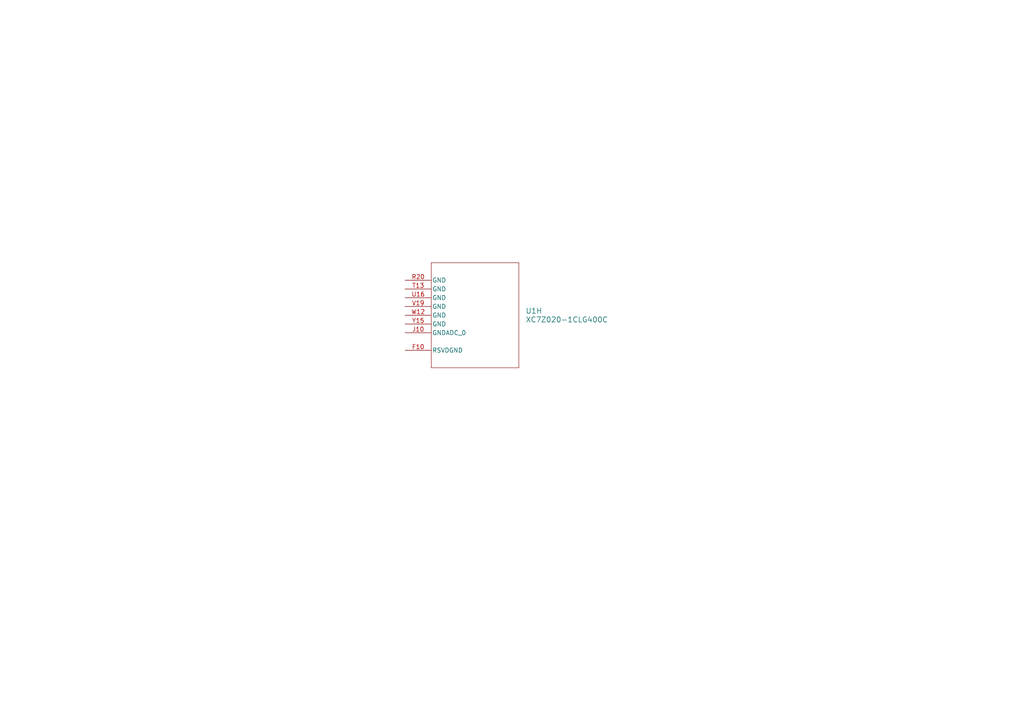
<source format=kicad_sch>
(kicad_sch (version 20231120) (generator "eeschema") (generator_version "8.0")
  (paper "A4")
  (lib_symbols
    (symbol "ZYNC-7020/XC7Z020-1CLG400C:XC7Z020-1CLG400C" (pin_names (offset 0.254))
      (property "Reference" "U" (at 43.18 10.16 0))
      (property "Value" "XC7Z020-1CLG400C" (at 43.18 7.62 0))
      (symbol "XC7Z020-1CLG400C_1_1"
        (polyline (pts (xy 7.62 -91.44) (xy 78.74 -91.44)) (stroke (width 0.127)))
        (polyline (pts (xy 7.62 5.08) (xy 7.62 -91.44)) (stroke (width 0.127)))
        (polyline (pts (xy 78.74 -91.44) (xy 78.74 5.08)) (stroke (width 0.127)))
        (polyline (pts (xy 78.74 5.08) (xy 7.62 5.08)) (stroke (width 0.127)))
        (pin output line (at 86.36 -58.42 180) (length 7.62) (name "PS_DDR_DM0_502") (number "A1"))
        (pin input line (at 0 -12.7 0) (length 7.62) (name "PS_SRST_B_501") (number "B10"))
        (pin output line (at 86.36 -68.58 180) (length 7.62) (name "PS_DDR_DRST_B_502") (number "B4"))
        (pin input line (at 0 -10.16 0) (length 7.62) (name "PS_POR_B_500") (number "C7"))
        (pin output line (at 86.36 -33.02 180) (length 7.62) (name "PS_DDR_A13_502") (number "D4"))
        (pin output line (at 86.36 -30.48 180) (length 7.62) (name "PS_DDR_A12_502") (number "E4"))
        (pin input line (at 0 -7.62 0) (length 7.62) (name "PS_CLK_500") (number "E7"))
        (pin output line (at 86.36 -60.96 180) (length 7.62) (name "PS_DDR_DM1_502") (number "F1"))
        (pin output line (at 86.36 -35.56 180) (length 7.62) (name "PS_DDR_A14_502") (number "F4"))
        (pin output line (at 86.36 -25.4 180) (length 7.62) (name "PS_DDR_A10_502") (number "F5"))
        (pin output line (at 86.36 -86.36 180) (length 7.62) (name "TDO_0") (number "F6"))
        (pin input line (at 0 -15.24 0) (length 7.62) (name "TCK_0") (number "F9"))
        (pin bidirectional line (at 0 -43.18 0) (length 7.62) (name "IO_0_35") (number "G14"))
        (pin output line (at 86.36 -27.94 180) (length 7.62) (name "PS_DDR_A11_502") (number "G4"))
        (pin output line (at 86.36 -76.2 180) (length 7.62) (name "PS_DDR_VRN_502") (number "G5"))
        (pin input line (at 0 -17.78 0) (length 7.62) (name "TDI_0") (number "G6"))
        (pin output line (at 86.36 -78.74 180) (length 7.62) (name "PS_DDR_VRP_502") (number "H5"))
        (pin bidirectional line (at 0 -50.8 0) (length 7.62) (name "IO_25_35") (number "J15"))
        (pin output line (at 86.36 -22.86 180) (length 7.62) (name "PS_DDR_A9_502") (number "J4"))
        (pin output line (at 86.36 -43.18 180) (length 7.62) (name "PS_DDR_BA2_502") (number "J5"))
        (pin input line (at 0 -20.32 0) (length 7.62) (name "TMS_0") (number "J6"))
        (pin output line (at 86.36 -20.32 180) (length 7.62) (name "PS_DDR_A8_502") (number "K1"))
        (pin output line (at 86.36 -2.54 180) (length 7.62) (name "PS_DDR_A1_502") (number "K2"))
        (pin output line (at 86.36 -7.62 180) (length 7.62) (name "PS_DDR_A3_502") (number "K3"))
        (pin output line (at 86.36 -17.78 180) (length 7.62) (name "PS_DDR_A7_502") (number "K4"))
        (pin input line (at 0 -25.4 0) (length 7.62) (name "VP_0") (number "K9"))
        (pin output line (at 86.36 -12.7 180) (length 7.62) (name "PS_DDR_A5_502") (number "L1"))
        (pin input line (at 0 -22.86 0) (length 7.62) (name "VN_0") (number "L10"))
        (pin output line (at 86.36 -53.34 180) (length 7.62) (name "PS_DDR_CKP_502") (number "L2"))
        (pin output line (at 86.36 -15.24 180) (length 7.62) (name "PS_DDR_A6_502") (number "L4"))
        (pin output line (at 86.36 -38.1 180) (length 7.62) (name "PS_DDR_BA0_502") (number "L5"))
        (pin input line (at 0 -5.08 0) (length 7.62) (name "PROGRAM_B_0") (number "L6"))
        (pin unspecified line (at 0 -33.02 0) (length 7.62) (name "DXN_0") (number "M10"))
        (pin output line (at 86.36 -50.8 180) (length 7.62) (name "PS_DDR_CKN_502") (number "M2"))
        (pin output line (at 86.36 -5.08 180) (length 7.62) (name "PS_DDR_A2_502") (number "M3"))
        (pin output line (at 86.36 -10.16 180) (length 7.62) (name "PS_DDR_A4_502") (number "M4"))
        (pin output line (at 86.36 -81.28 180) (length 7.62) (name "PS_DDR_WE_B_502") (number "M5"))
        (pin input line (at 0 0 0) (length 7.62) (name "CFGBVS_0") (number "M6"))
        (pin unspecified line (at 0 -35.56 0) (length 7.62) (name "DXP_0") (number "M9"))
        (pin output line (at 86.36 -55.88 180) (length 7.62) (name "PS_DDR_CS_B_502") (number "N1"))
        (pin output line (at 86.36 0 180) (length 7.62) (name "PS_DDR_A0_502") (number "N2"))
        (pin output line (at 86.36 -48.26 180) (length 7.62) (name "PS_DDR_CKE_502") (number "N3"))
        (pin output line (at 86.36 -71.12 180) (length 7.62) (name "PS_DDR_ODT_502") (number "N5"))
        (pin output line (at 86.36 -73.66 180) (length 7.62) (name "PS_DDR_RAS_B_502") (number "P4"))
        (pin output line (at 86.36 -45.72 180) (length 7.62) (name "PS_DDR_CAS_B_502") (number "P5"))
        (pin bidirectional line (at 0 -2.54 0) (length 7.62) (name "INIT_B_0") (number "R10"))
        (pin bidirectional line (at 0 -30.48 0) (length 7.62) (name "DONE_0") (number "R11"))
        (pin bidirectional line (at 0 -40.64 0) (length 7.62) (name "IO_0_34") (number "R19"))
        (pin output line (at 86.36 -40.64 180) (length 7.62) (name "PS_DDR_BA1_502") (number "R4"))
        (pin output line (at 86.36 -63.5 180) (length 7.62) (name "PS_DDR_DM2_502") (number "T1"))
        (pin bidirectional line (at 0 -48.26 0) (length 7.62) (name "IO_25_34") (number "T19"))
        (pin output line (at 86.36 -66.04 180) (length 7.62) (name "PS_DDR_DM3_502") (number "Y1"))
      )
      (symbol "XC7Z020-1CLG400C_2_1"
        (polyline (pts (xy 7.62 -129.54) (xy 114.3 -129.54)) (stroke (width 0.127)))
        (polyline (pts (xy 7.62 5.08) (xy 7.62 -129.54)) (stroke (width 0.127)))
        (polyline (pts (xy 114.3 -129.54) (xy 114.3 5.08)) (stroke (width 0.127)))
        (polyline (pts (xy 114.3 5.08) (xy 7.62 5.08)) (stroke (width 0.127)))
        (pin bidirectional line (at 121.92 -5.08 180) (length 7.62) (name "IO_L2N_T0_AD8N_35") (number "A20"))
        (pin bidirectional line (at 121.92 -7.62 180) (length 7.62) (name "IO_L2P_T0_AD8P_35") (number "B19"))
        (pin bidirectional line (at 121.92 0 180) (length 7.62) (name "IO_L1N_T0_AD0N_35") (number "B20"))
        (pin bidirectional line (at 121.92 -2.54 180) (length 7.62) (name "IO_L1P_T0_AD0P_35") (number "C20"))
        (pin bidirectional line (at 121.92 -10.16 180) (length 7.62) (name "IO_L3N_T0_DQS_AD1N_35") (number "D18"))
        (pin bidirectional line (at 0 -22.86 0) (length 7.62) (name "IO_L4P_T0_35") (number "D19"))
        (pin bidirectional line (at 0 -17.78 0) (length 7.62) (name "IO_L4N_T0_35") (number "D20"))
        (pin bidirectional line (at 121.92 -12.7 180) (length 7.62) (name "IO_L3P_T0_DQS_AD1P_35") (number "E17"))
        (pin bidirectional line (at 121.92 -17.78 180) (length 7.62) (name "IO_L5P_T0_AD9P_35") (number "E18"))
        (pin bidirectional line (at 121.92 -15.24 180) (length 7.62) (name "IO_L5N_T0_AD9N_35") (number "E19"))
        (pin bidirectional line (at 0 -33.02 0) (length 7.62) (name "IO_L6P_T0_35") (number "F16"))
        (pin bidirectional line (at 121.92 -48.26 180) (length 7.62) (name "IO_L15P_T2_DQS_AD12P_35") (number "F19"))
        (pin bidirectional line (at 121.92 -45.72 180) (length 7.62) (name "IO_L15N_T2_DQS_AD12N_35") (number "F20"))
        (pin bidirectional line (at 121.92 -88.9 180) (length 7.62) (name "IO_L16P_T2_35") (number "G17"))
        (pin bidirectional line (at 121.92 -81.28 180) (length 7.62) (name "IO_L16N_T2_35") (number "G18"))
        (pin bidirectional line (at 121.92 -58.42 180) (length 7.62) (name "IO_L18P_T2_AD13P_35") (number "G19"))
        (pin bidirectional line (at 121.92 -55.88 180) (length 7.62) (name "IO_L18N_T2_AD13N_35") (number "G20"))
        (pin bidirectional line (at 121.92 -116.84 180) (length 7.62) (name "IO_L19P_T3_35") (number "H15"))
        (pin bidirectional line (at 0 -99.06 0) (length 7.62) (name "IO_L13P_T2_MRCC_35") (number "H16"))
        (pin bidirectional line (at 0 -91.44 0) (length 7.62) (name "IO_L13N_T2_MRCC_35") (number "H17"))
        (pin bidirectional line (at 121.92 -40.64 180) (length 7.62) (name "IO_L14N_T2_AD4N_SRCC_35") (number "H18"))
        (pin bidirectional line (at 121.92 -50.8 180) (length 7.62) (name "IO_L17N_T2_AD5N_35") (number "H20"))
        (pin bidirectional line (at 121.92 -60.96 180) (length 7.62) (name "IO_L20N_T3_AD6N_35") (number "J14"))
        (pin bidirectional line (at 121.92 -76.2 180) (length 7.62) (name "IO_L24N_T3_AD15N_35") (number "J16"))
        (pin bidirectional line (at 121.92 -43.18 180) (length 7.62) (name "IO_L14P_T2_AD4P_SRCC_35") (number "J18"))
        (pin bidirectional line (at 121.92 -35.56 180) (length 7.62) (name "IO_L10N_T1_AD11N_35") (number "J19"))
        (pin bidirectional line (at 121.92 -53.34 180) (length 7.62) (name "IO_L17P_T2_AD5P_35") (number "J20"))
        (pin bidirectional line (at 121.92 -63.5 180) (length 7.62) (name "IO_L20P_T3_AD6P_35") (number "K14"))
        (pin bidirectional line (at 121.92 -78.74 180) (length 7.62) (name "IO_L24P_T3_AD15P_35") (number "K16"))
        (pin bidirectional line (at 0 -83.82 0) (length 7.62) (name "IO_L12P_T1_MRCC_35") (number "K17"))
        (pin bidirectional line (at 0 -76.2 0) (length 7.62) (name "IO_L12N_T1_MRCC_35") (number "K18"))
        (pin bidirectional line (at 121.92 -38.1 180) (length 7.62) (name "IO_L10P_T1_AD11P_35") (number "K19"))
        (pin bidirectional line (at 121.92 -73.66 180) (length 7.62) (name "IO_L22P_T3_AD7P_35") (number "L14"))
        (pin bidirectional line (at 121.92 -71.12 180) (length 7.62) (name "IO_L22N_T3_AD7N_35") (number "L15"))
        (pin bidirectional line (at 0 -68.58 0) (length 7.62) (name "IO_L11P_T1_SRCC_35") (number "L16"))
        (pin bidirectional line (at 0 -60.96 0) (length 7.62) (name "IO_L11N_T1_SRCC_35") (number "L17"))
        (pin bidirectional line (at 121.92 -33.02 180) (length 7.62) (name "IO_L9P_T1_DQS_AD3P_35") (number "L19"))
        (pin bidirectional line (at 121.92 -30.48 180) (length 7.62) (name "IO_L9N_T1_DQS_AD3N_35") (number "L20"))
        (pin bidirectional line (at 121.92 -27.94 180) (length 7.62) (name "IO_L8P_T1_AD10P_35") (number "M17"))
        (pin bidirectional line (at 121.92 -25.4 180) (length 7.62) (name "IO_L8N_T1_AD10N_35") (number "M18"))
        (pin bidirectional line (at 121.92 -22.86 180) (length 7.62) (name "IO_L7P_T1_AD2P_35") (number "M19"))
        (pin bidirectional line (at 121.92 -20.32 180) (length 7.62) (name "IO_L7N_T1_AD2N_35") (number "M20"))
        (pin bidirectional line (at 121.92 -68.58 180) (length 7.62) (name "IO_L21P_T3_DQS_AD14P_35") (number "N15"))
        (pin bidirectional line (at 121.92 -66.04 180) (length 7.62) (name "IO_L21N_T3_DQS_AD14N_35") (number "N16"))
        (pin bidirectional line (at 0 -96.52 0) (length 7.62) (name "IO_L13P_T2_MRCC_34") (number "N18"))
        (pin bidirectional line (at 0 -109.22 0) (length 7.62) (name "IO_L14P_T2_SRCC_34") (number "N20"))
        (pin bidirectional line (at 0 -30.48 0) (length 7.62) (name "IO_L6P_T0_34") (number "P14"))
        (pin bidirectional line (at 0 -88.9 0) (length 7.62) (name "IO_L13N_T2_MRCC_34") (number "P19"))
        (pin bidirectional line (at 0 -104.14 0) (length 7.62) (name "IO_L14N_T2_SRCC_34") (number "P20"))
        (pin bidirectional line (at 121.92 -114.3 180) (length 7.62) (name "IO_L19P_T3_34") (number "R16"))
        (pin bidirectional line (at 121.92 -121.92 180) (length 7.62) (name "IO_L20N_T3_34") (number "R18"))
        (pin bidirectional line (at 0 0 0) (length 7.62) (name "IO_L1N_T0_34") (number "T10"))
        (pin bidirectional line (at 0 -2.54 0) (length 7.62) (name "IO_L1P_T0_34") (number "T11"))
        (pin bidirectional line (at 0 -7.62 0) (length 7.62) (name "IO_L2P_T0_34") (number "T12"))
        (pin bidirectional line (at 0 -27.94 0) (length 7.62) (name "IO_L5P_T0_34") (number "T14"))
        (pin bidirectional line (at 0 -25.4 0) (length 7.62) (name "IO_L5N_T0_34") (number "T15"))
        (pin bidirectional line (at 0 -48.26 0) (length 7.62) (name "IO_L9P_T1_DQS_34") (number "T16"))
        (pin bidirectional line (at 0 -119.38 0) (length 7.62) (name "IO_L15P_T2_DQS_34") (number "T20"))
        (pin bidirectional line (at 121.92 -111.76 180) (length 7.62) (name "IO_L19P_T3_13") (number "T5"))
        (pin bidirectional line (at 0 -78.74 0) (length 7.62) (name "IO_L12P_T1_MRCC_13") (number "T9"))
        (pin bidirectional line (at 0 -71.12 0) (length 7.62) (name "IO_L12N_T1_MRCC_13") (number "U10"))
        (pin bidirectional line (at 0 -5.08 0) (length 7.62) (name "IO_L2N_T0_34") (number "U12"))
        (pin bidirectional line (at 0 -12.7 0) (length 7.62) (name "IO_L3P_T0_DQS_PUDC_B_34") (number "U13"))
        (pin bidirectional line (at 0 -66.04 0) (length 7.62) (name "IO_L11P_T1_SRCC_34") (number "U14"))
        (pin bidirectional line (at 0 -58.42 0) (length 7.62) (name "IO_L11N_T1_SRCC_34") (number "U15"))
        (pin bidirectional line (at 0 -45.72 0) (length 7.62) (name "IO_L9N_T1_DQS_34") (number "U17"))
        (pin bidirectional line (at 0 -81.28 0) (length 7.62) (name "IO_L12P_T1_MRCC_34") (number "U18"))
        (pin bidirectional line (at 0 -73.66 0) (length 7.62) (name "IO_L12N_T1_MRCC_34") (number "U19"))
        (pin bidirectional line (at 0 -114.3 0) (length 7.62) (name "IO_L15N_T2_DQS_34") (number "U20"))
        (pin bidirectional line (at 0 -63.5 0) (length 7.62) (name "IO_L11P_T1_SRCC_13") (number "U7"))
        (pin bidirectional line (at 121.92 -91.44 180) (length 7.62) (name "IO_L17N_T2_13") (number "U8"))
        (pin bidirectional line (at 121.92 -96.52 180) (length 7.62) (name "IO_L17P_T2_13") (number "U9"))
        (pin bidirectional line (at 0 -20.32 0) (length 7.62) (name "IO_L4P_T0_34") (number "V12"))
        (pin bidirectional line (at 0 -10.16 0) (length 7.62) (name "IO_L3N_T0_DQS_34") (number "V13"))
        (pin bidirectional line (at 0 -53.34 0) (length 7.62) (name "IO_L10P_T1_34") (number "V15"))
        (pin bidirectional line (at 121.92 -109.22 180) (length 7.62) (name "IO_L18P_T2_34") (number "V16"))
        (pin bidirectional line (at 121.92 -86.36 180) (length 7.62) (name "IO_L16P_T2_34") (number "V20"))
        (pin bidirectional line (at 0 -55.88 0) (length 7.62) (name "IO_L11N_T1_SRCC_13") (number "V7"))
        (pin bidirectional line (at 0 -116.84 0) (length 7.62) (name "IO_L15P_T2_DQS_13") (number "V8"))
        (pin bidirectional line (at 121.92 -83.82 180) (length 7.62) (name "IO_L16P_T2_13") (number "W10"))
        (pin bidirectional line (at 121.92 -106.68 180) (length 7.62) (name "IO_L18P_T2_13") (number "W11"))
        (pin bidirectional line (at 0 -15.24 0) (length 7.62) (name "IO_L4N_T0_34") (number "W13"))
        (pin bidirectional line (at 0 -43.18 0) (length 7.62) (name "IO_L8P_T1_34") (number "W14"))
        (pin bidirectional line (at 0 -50.8 0) (length 7.62) (name "IO_L10N_T1_34") (number "W15"))
        (pin bidirectional line (at 121.92 -104.14 180) (length 7.62) (name "IO_L18N_T2_34") (number "W16"))
        (pin bidirectional line (at 0 -124.46 0) (length 7.62) (name "IO_L16N_T2_34") (number "W20"))
        (pin bidirectional line (at 0 -111.76 0) (length 7.62) (name "IO_L15N_T2_DQS_13") (number "W8"))
        (pin bidirectional line (at 0 -121.92 0) (length 7.62) (name "IO_L16N_T2_13") (number "W9"))
        (pin bidirectional line (at 121.92 -101.6 180) (length 7.62) (name "IO_L18N_T2_13") (number "Y11"))
        (pin bidirectional line (at 121.92 -124.46 180) (length 7.62) (name "IO_L20P_T3_13") (number "Y12"))
        (pin bidirectional line (at 121.92 -119.38 180) (length 7.62) (name "IO_L20N_T3_13") (number "Y13"))
        (pin bidirectional line (at 0 -40.64 0) (length 7.62) (name "IO_L8N_T1_34") (number "Y14"))
        (pin bidirectional line (at 0 -38.1 0) (length 7.62) (name "IO_L7P_T1_34") (number "Y16"))
        (pin bidirectional line (at 0 -35.56 0) (length 7.62) (name "IO_L7N_T1_34") (number "Y17"))
        (pin bidirectional line (at 121.92 -99.06 180) (length 7.62) (name "IO_L17P_T2_34") (number "Y18"))
        (pin bidirectional line (at 121.92 -93.98 180) (length 7.62) (name "IO_L17N_T2_34") (number "Y19"))
        (pin bidirectional line (at 0 -86.36 0) (length 7.62) (name "IO_L13N_T2_MRCC_13") (number "Y6"))
        (pin bidirectional line (at 0 -93.98 0) (length 7.62) (name "IO_L13P_T2_MRCC_13") (number "Y7"))
        (pin bidirectional line (at 0 -101.6 0) (length 7.62) (name "IO_L14N_T2_SRCC_13") (number "Y8"))
        (pin bidirectional line (at 0 -106.68 0) (length 7.62) (name "IO_L14P_T2_SRCC_13") (number "Y9"))
      )
      (symbol "XC7Z020-1CLG400C_3_1"
        (polyline (pts (xy 7.62 -129.54) (xy 88.9 -129.54)) (stroke (width 0.127)))
        (polyline (pts (xy 7.62 5.08) (xy 7.62 -129.54)) (stroke (width 0.127)))
        (polyline (pts (xy 88.9 -129.54) (xy 88.9 5.08)) (stroke (width 0.127)))
        (polyline (pts (xy 88.9 5.08) (xy 7.62 5.08)) (stroke (width 0.127)))
        (pin bidirectional line (at 96.52 -106.68 180) (length 7.62) (name "PS_MIO37_501") (number "A10"))
        (pin bidirectional line (at 96.52 -104.14 180) (length 7.62) (name "PS_MIO36_501") (number "A11"))
        (pin bidirectional line (at 96.52 -99.06 180) (length 7.62) (name "PS_MIO34_501") (number "A12"))
        (pin bidirectional line (at 96.52 -93.98 180) (length 7.62) (name "PS_MIO32_501") (number "A14"))
        (pin bidirectional line (at 96.52 -78.74 180) (length 7.62) (name "PS_MIO26_501") (number "A15"))
        (pin bidirectional line (at 96.52 -73.66 180) (length 7.62) (name "PS_MIO24_501") (number "A16"))
        (pin bidirectional line (at 96.52 -63.5 180) (length 7.62) (name "PS_MIO20_501") (number "A17"))
        (pin bidirectional line (at 96.52 -53.34 180) (length 7.62) (name "PS_MIO16_501") (number "A19"))
        (pin bidirectional line (at 0 -43.18 0) (length 7.62) (name "PS_DDR_DQ2_502") (number "A2"))
        (pin bidirectional line (at 0 -45.72 0) (length 7.62) (name "PS_DDR_DQ3_502") (number "A4"))
        (pin bidirectional line (at 96.52 -27.94 180) (length 7.62) (name "PS_MIO6_500") (number "A5"))
        (pin bidirectional line (at 96.52 -25.4 180) (length 7.62) (name "PS_MIO5_500") (number "A6"))
        (pin bidirectional line (at 96.52 -15.24 180) (length 7.62) (name "PS_MIO1_500") (number "A7"))
        (pin bidirectional line (at 96.52 -121.92 180) (length 7.62) (name "PS_MIO43_501") (number "A9"))
        (pin bidirectional line (at 96.52 -68.58 180) (length 7.62) (name "PS_MIO22_501") (number "B17"))
        (pin bidirectional line (at 96.52 -58.42 180) (length 7.62) (name "PS_MIO18_501") (number "B18"))
        (pin bidirectional line (at 0 -119.38 0) (length 7.62) (name "PS_DDR_DQS_N0_502") (number "B2"))
        (pin bidirectional line (at 0 -40.64 0) (length 7.62) (name "PS_DDR_DQ1_502") (number "B3"))
        (pin bidirectional line (at 96.52 -35.56 180) (length 7.62) (name "PS_MIO9_500") (number "B5"))
        (pin bidirectional line (at 96.52 -22.86 180) (length 7.62) (name "PS_MIO4_500") (number "B7"))
        (pin bidirectional line (at 96.52 -17.78 180) (length 7.62) (name "PS_MIO2_500") (number "B8"))
        (pin bidirectional line (at 0 -53.34 0) (length 7.62) (name "PS_DDR_DQ6_502") (number "C1"))
        (pin bidirectional line (at 96.52 -86.36 180) (length 7.62) (name "PS_MIO29_501") (number "C13"))
        (pin bidirectional line (at 96.52 -88.9 180) (length 7.62) (name "PS_MIO30_501") (number "C15"))
        (pin bidirectional line (at 96.52 -83.82 180) (length 7.62) (name "PS_MIO28_501") (number "C16"))
        (pin bidirectional line (at 96.52 -116.84 180) (length 7.62) (name "PS_MIO41_501") (number "C17"))
        (pin bidirectional line (at 96.52 -111.76 180) (length 7.62) (name "PS_MIO39_501") (number "C18"))
        (pin bidirectional line (at 96.52 -2.54 180) (length 7.62) (name "PS_DDR_DQS_P0_502") (number "C2"))
        (pin bidirectional line (at 0 -38.1 0) (length 7.62) (name "PS_DDR_DQ0_502") (number "C3"))
        (pin bidirectional line (at 96.52 -48.26 180) (length 7.62) (name "PS_MIO14_500") (number "C5"))
        (pin bidirectional line (at 96.52 -40.64 180) (length 7.62) (name "PS_MIO11_500") (number "C6"))
        (pin bidirectional line (at 96.52 -50.8 180) (length 7.62) (name "PS_MIO15_500") (number "C8"))
        (pin bidirectional line (at 0 -50.8 0) (length 7.62) (name "PS_DDR_DQ5_502") (number "D1"))
        (pin bidirectional line (at 96.52 -60.96 180) (length 7.62) (name "PS_MIO19_501") (number "D10"))
        (pin bidirectional line (at 96.52 -71.12 180) (length 7.62) (name "PS_MIO23_501") (number "D11"))
        (pin bidirectional line (at 96.52 -81.28 180) (length 7.62) (name "PS_MIO27_501") (number "D13"))
        (pin bidirectional line (at 96.52 -114.3 180) (length 7.62) (name "PS_MIO40_501") (number "D14"))
        (pin bidirectional line (at 96.52 -96.52 180) (length 7.62) (name "PS_MIO33_501") (number "D15"))
        (pin bidirectional line (at 0 -48.26 0) (length 7.62) (name "PS_DDR_DQ4_502") (number "D3"))
        (pin bidirectional line (at 96.52 -33.02 180) (length 7.62) (name "PS_MIO8_500") (number "D5"))
        (pin bidirectional line (at 96.52 -20.32 180) (length 7.62) (name "PS_MIO3_500") (number "D6"))
        (pin bidirectional line (at 96.52 -30.48 180) (length 7.62) (name "PS_MIO7_500") (number "D8"))
        (pin bidirectional line (at 96.52 -43.18 180) (length 7.62) (name "PS_MIO12_500") (number "D9"))
        (pin bidirectional line (at 0 -55.88 0) (length 7.62) (name "PS_DDR_DQ7_502") (number "E1"))
        (pin bidirectional line (at 96.52 -119.38 180) (length 7.62) (name "PS_MIO42_501") (number "E12"))
        (pin bidirectional line (at 96.52 -109.22 180) (length 7.62) (name "PS_MIO38_501") (number "E13"))
        (pin bidirectional line (at 96.52 -55.88 180) (length 7.62) (name "PS_MIO17_501") (number "E14"))
        (pin bidirectional line (at 96.52 -91.44 180) (length 7.62) (name "PS_MIO31_501") (number "E16"))
        (pin bidirectional line (at 0 -58.42 0) (length 7.62) (name "PS_DDR_DQ8_502") (number "E2"))
        (pin bidirectional line (at 0 -60.96 0) (length 7.62) (name "PS_DDR_DQ9_502") (number "E3"))
        (pin bidirectional line (at 96.52 -12.7 180) (length 7.62) (name "PS_MIO0_500") (number "E6"))
        (pin bidirectional line (at 96.52 -45.72 180) (length 7.62) (name "PS_MIO13_500") (number "E8"))
        (pin bidirectional line (at 96.52 -38.1 180) (length 7.62) (name "PS_MIO10_500") (number "E9"))
        (pin bidirectional line (at 96.52 -101.6 180) (length 7.62) (name "PS_MIO35_501") (number "F12"))
        (pin bidirectional line (at 96.52 -124.46 180) (length 7.62) (name "PS_MIO44_501") (number "F13"))
        (pin bidirectional line (at 96.52 -66.04 180) (length 7.62) (name "PS_MIO21_501") (number "F14"))
        (pin bidirectional line (at 96.52 -76.2 180) (length 7.62) (name "PS_MIO25_501") (number "F15"))
        (pin bidirectional line (at 0 -121.92 0) (length 7.62) (name "PS_DDR_DQS_N1_502") (number "F2"))
        (pin bidirectional line (at 96.52 -5.08 180) (length 7.62) (name "PS_DDR_DQS_P1_502") (number "G2"))
        (pin bidirectional line (at 0 -63.5 0) (length 7.62) (name "PS_DDR_DQ10_502") (number "G3"))
        (pin bidirectional line (at 0 -73.66 0) (length 7.62) (name "PS_DDR_DQ14_502") (number "H1"))
        (pin bidirectional line (at 0 -71.12 0) (length 7.62) (name "PS_DDR_DQ13_502") (number "H2"))
        (pin bidirectional line (at 0 -66.04 0) (length 7.62) (name "PS_DDR_DQ11_502") (number "H3"))
        (pin bidirectional line (at 0 -76.2 0) (length 7.62) (name "PS_DDR_DQ15_502") (number "J1"))
        (pin bidirectional line (at 0 -68.58 0) (length 7.62) (name "PS_DDR_DQ12_502") (number "J3"))
        (pin bidirectional line (at 0 -30.48 0) (length 7.62) (name "IO_L23P_T3_35") (number "M14"))
        (pin bidirectional line (at 0 -25.4 0) (length 7.62) (name "IO_L23N_T3_35") (number "M15"))
        (pin bidirectional line (at 0 -27.94 0) (length 7.62) (name "IO_L23P_T3_34") (number "N17"))
        (pin bidirectional line (at 0 -78.74 0) (length 7.62) (name "PS_DDR_DQ16_502") (number "P1"))
        (pin bidirectional line (at 0 -35.56 0) (length 7.62) (name "IO_L24P_T3_34") (number "P15"))
        (pin bidirectional line (at 0 -33.02 0) (length 7.62) (name "IO_L24N_T3_34") (number "P16"))
        (pin bidirectional line (at 0 -22.86 0) (length 7.62) (name "IO_L23N_T3_34") (number "P18"))
        (pin bidirectional line (at 0 -81.28 0) (length 7.62) (name "PS_DDR_DQ17_502") (number "P3"))
        (pin bidirectional line (at 0 -86.36 0) (length 7.62) (name "PS_DDR_DQ19_502") (number "R1"))
        (pin bidirectional line (at 96.52 -7.62 180) (length 7.62) (name "PS_DDR_DQS_P2_502") (number "R2"))
        (pin bidirectional line (at 0 -83.82 0) (length 7.62) (name "PS_DDR_DQ18_502") (number "R3"))
        (pin bidirectional line (at 0 0 0) (length 7.62) (name "IO_L20P_T3_34") (number "T17"))
        (pin bidirectional line (at 0 -124.46 0) (length 7.62) (name "PS_DDR_DQS_N2_502") (number "T2"))
        (pin bidirectional line (at 0 -88.9 0) (length 7.62) (name "PS_DDR_DQ20_502") (number "T4"))
        (pin bidirectional line (at 0 -93.98 0) (length 7.62) (name "PS_DDR_DQ22_502") (number "U2"))
        (pin bidirectional line (at 0 -96.52 0) (length 7.62) (name "PS_DDR_DQ23_502") (number "U3"))
        (pin bidirectional line (at 0 -91.44 0) (length 7.62) (name "PS_DDR_DQ21_502") (number "U4"))
        (pin bidirectional line (at 0 -99.06 0) (length 7.62) (name "PS_DDR_DQ24_502") (number "V1"))
        (pin bidirectional line (at 0 -2.54 0) (length 7.62) (name "IO_L21N_T3_DQS_13") (number "V10"))
        (pin bidirectional line (at 0 -7.62 0) (length 7.62) (name "IO_L21P_T3_DQS_13") (number "V11"))
        (pin bidirectional line (at 0 -10.16 0) (length 7.62) (name "IO_L21P_T3_DQS_34") (number "V17"))
        (pin bidirectional line (at 0 -5.08 0) (length 7.62) (name "IO_L21N_T3_DQS_34") (number "V18"))
        (pin bidirectional line (at 0 -114.3 0) (length 7.62) (name "PS_DDR_DQ30_502") (number "V2"))
        (pin bidirectional line (at 0 -116.84 0) (length 7.62) (name "PS_DDR_DQ31_502") (number "V3"))
        (pin bidirectional line (at 0 -17.78 0) (length 7.62) (name "IO_L22P_T3_13") (number "V6"))
        (pin bidirectional line (at 0 -104.14 0) (length 7.62) (name "PS_DDR_DQ26_502") (number "W1"))
        (pin bidirectional line (at 0 -20.32 0) (length 7.62) (name "IO_L22P_T3_34") (number "W18"))
        (pin bidirectional line (at 0 -15.24 0) (length 7.62) (name "IO_L22N_T3_34") (number "W19"))
        (pin bidirectional line (at 0 -111.76 0) (length 7.62) (name "PS_DDR_DQ29_502") (number "W3"))
        (pin bidirectional line (at 96.52 0 180) (length 7.62) (name "PS_DDR_DQS_N3_502") (number "W4"))
        (pin bidirectional line (at 96.52 -10.16 180) (length 7.62) (name "PS_DDR_DQS_P3_502") (number "W5"))
        (pin bidirectional line (at 0 -12.7 0) (length 7.62) (name "IO_L22N_T3_13") (number "W6"))
        (pin bidirectional line (at 0 -109.22 0) (length 7.62) (name "PS_DDR_DQ28_502") (number "Y2"))
        (pin bidirectional line (at 0 -101.6 0) (length 7.62) (name "PS_DDR_DQ25_502") (number "Y3"))
        (pin bidirectional line (at 0 -106.68 0) (length 7.62) (name "PS_DDR_DQ27_502") (number "Y4"))
      )
      (symbol "XC7Z020-1CLG400C_4_1"
        (polyline (pts (xy 7.62 -25.4) (xy 43.18 -25.4)) (stroke (width 0.127)))
        (polyline (pts (xy 7.62 5.08) (xy 7.62 -25.4)) (stroke (width 0.127)))
        (polyline (pts (xy 43.18 -25.4) (xy 43.18 5.08)) (stroke (width 0.127)))
        (polyline (pts (xy 43.18 5.08) (xy 7.62 5.08)) (stroke (width 0.127)))
        (pin bidirectional line (at 0 -7.62 0) (length 7.62) (name "PS_MIO48_501") (number "B12"))
        (pin bidirectional line (at 0 -12.7 0) (length 7.62) (name "PS_MIO50_501") (number "B13"))
        (pin bidirectional line (at 0 -5.08 0) (length 7.62) (name "PS_MIO47_501") (number "B14"))
        (pin bidirectional line (at 0 0 0) (length 7.62) (name "PS_MIO45_501") (number "B15"))
        (pin bidirectional line (at 0 -15.24 0) (length 7.62) (name "PS_MIO51_501") (number "B9"))
        (pin bidirectional line (at 0 -17.78 0) (length 7.62) (name "PS_MIO52_501") (number "C10"))
        (pin bidirectional line (at 0 -20.32 0) (length 7.62) (name "PS_MIO53_501") (number "C11"))
        (pin bidirectional line (at 0 -10.16 0) (length 7.62) (name "PS_MIO49_501") (number "C12"))
        (pin bidirectional line (at 0 -2.54 0) (length 7.62) (name "PS_MIO46_501") (number "D16"))
      )
      (symbol "XC7Z020-1CLG400C_5_1"
        (polyline (pts (xy 7.62 -101.6) (xy 53.34 -101.6)) (stroke (width 0.127)))
        (polyline (pts (xy 7.62 7.62) (xy 7.62 -101.6)) (stroke (width 0.127)))
        (polyline (pts (xy 53.34 -101.6) (xy 53.34 7.62)) (stroke (width 0.127)))
        (polyline (pts (xy 53.34 7.62) (xy 7.62 7.62)) (stroke (width 0.127)))
        (pin power_in line (at 0 -25.4 0) (length 7.62) (name "PS_MIO_VREF_501") (number "E11"))
        (pin power_in line (at 0 -60.96 0) (length 7.62) (name "VCCBATT_0") (number "F11"))
        (pin bidirectional line (at 0 -5.08 0) (length 7.62) (name "IO_L6N_T0_VREF_35") (number "F17"))
        (pin power_in line (at 0 -63.5 0) (length 7.62) (name "VCCBRAM") (number "G11"))
        (pin power_in line (at 0 -71.12 0) (length 7.62) (name "VCCINT") (number "G13"))
        (pin bidirectional line (at 0 -12.7 0) (length 7.62) (name "IO_L19N_T3_VREF_35") (number "G15"))
        (pin power_in line (at 0 -66.04 0) (length 7.62) (name "VCCBRAM") (number "H10"))
        (pin power_in line (at 0 -73.66 0) (length 7.62) (name "VCCINT") (number "H12"))
        (pin power_in line (at 0 -17.78 0) (length 7.62) (name "PS_DDR_VREF0_502") (number "H6"))
        (pin power_in line (at 0 -48.26 0) (length 7.62) (name "VCCAUX") (number "J11"))
        (pin power_in line (at 0 -76.2 0) (length 7.62) (name "VCCINT") (number "J13"))
        (pin power_in line (at 0 -40.64 0) (length 7.62) (name "VCCADC_0") (number "J9"))
        (pin power_in line (at 0 -78.74 0) (length 7.62) (name "VCCINT") (number "K12"))
        (pin power_in line (at 0 -96.52 0) (length 7.62) (name "VCCO_0") (number "K6"))
        (pin power_in line (at 0 -50.8 0) (length 7.62) (name "VCCAUX") (number "L11"))
        (pin power_in line (at 0 -81.28 0) (length 7.62) (name "VCCINT") (number "L13"))
        (pin power_in line (at 0 -83.82 0) (length 7.62) (name "VCCINT") (number "M12"))
        (pin power_in line (at 0 -53.34 0) (length 7.62) (name "VCCAUX") (number "N11"))
        (pin power_in line (at 0 -86.36 0) (length 7.62) (name "VCCINT") (number "N13"))
        (pin power_in line (at 0 -35.56 0) (length 7.62) (name "RSVDVCC3") (number "N6"))
        (pin power_in line (at 0 -43.18 0) (length 7.62) (name "VCCAUX") (number "N9"))
        (pin power_in line (at 0 -55.88 0) (length 7.62) (name "VCCAUX") (number "P10"))
        (pin power_in line (at 0 -88.9 0) (length 7.62) (name "VCCINT") (number "P12"))
        (pin power_in line (at 0 -20.32 0) (length 7.62) (name "PS_DDR_VREF1_502") (number "P6"))
        (pin power_in line (at 0 -91.44 0) (length 7.62) (name "VCCINT") (number "R13"))
        (pin bidirectional line (at 0 -2.54 0) (length 7.62) (name "IO_L6N_T0_VREF_34") (number "R14"))
        (pin bidirectional line (at 0 -10.16 0) (length 7.62) (name "IO_L19N_T3_VREF_34") (number "R17"))
        (pin power_in line (at 0 -33.02 0) (length 7.62) (name "RSVDVCC2") (number "R6"))
        (pin power_in line (at 0 -45.72 0) (length 7.62) (name "VCCAUX") (number "R9"))
        (pin power_in line (at 0 -30.48 0) (length 7.62) (name "RSVDVCC1") (number "T6"))
        (pin bidirectional line (at 0 -7.62 0) (length 7.62) (name "IO_L19N_T3_VREF_13") (number "U5"))
        (pin bidirectional line (at 0 0 0) (length 7.62) (name "IO_L6N_T0_VREF_13") (number "V5"))
      )
      (symbol "XC7Z020-1CLG400C_6_1"
        (polyline (pts (xy 7.62 -132.08) (xy 43.18 -132.08)) (stroke (width 0.127)))
        (polyline (pts (xy 7.62 5.08) (xy 7.62 -132.08)) (stroke (width 0.127)))
        (polyline (pts (xy 43.18 -132.08) (xy 43.18 5.08)) (stroke (width 0.127)))
        (polyline (pts (xy 43.18 5.08) (xy 7.62 5.08)) (stroke (width 0.127)))
        (pin power_in line (at 0 -71.12 0) (length 7.62) (name "VCCO_MIO1_501") (number "A13"))
        (pin power_in line (at 0 -40.64 0) (length 7.62) (name "VCCO_DDR_502") (number "A3"))
        (pin power_out line (at 0 -124.46 0) (length 7.62) (name "GND") (number "A8"))
        (pin power_out line (at 0 -127 0) (length 7.62) (name "GND") (number "B1"))
        (pin power_in line (at 0 -73.66 0) (length 7.62) (name "VCCO_MIO1_501") (number "B16"))
        (pin power_in line (at 0 -66.04 0) (length 7.62) (name "VCCO_MIO0_500") (number "B6"))
        (pin power_in line (at 0 -25.4 0) (length 7.62) (name "VCCO_35") (number "C19"))
        (pin power_in line (at 0 -76.2 0) (length 7.62) (name "VCCO_MIO1_501") (number "D12"))
        (pin power_in line (at 0 -43.18 0) (length 7.62) (name "VCCO_DDR_502") (number "D2"))
        (pin power_in line (at 0 -68.58 0) (length 7.62) (name "VCCO_MIO0_500") (number "D7"))
        (pin power_in line (at 0 -78.74 0) (length 7.62) (name "VCCO_MIO1_501") (number "E15"))
        (pin power_in line (at 0 -45.72 0) (length 7.62) (name "VCCO_DDR_502") (number "E5"))
        (pin power_in line (at 0 -27.94 0) (length 7.62) (name "VCCO_35") (number "F18"))
        (pin power_in line (at 0 -83.82 0) (length 7.62) (name "VCCPAUX") (number "F8"))
        (pin power_in line (at 0 -48.26 0) (length 7.62) (name "VCCO_DDR_502") (number "G1"))
        (pin power_in line (at 0 -96.52 0) (length 7.62) (name "VCCPINT") (number "G7"))
        (pin power_in line (at 0 -111.76 0) (length 7.62) (name "VCCPLL") (number "G8"))
        (pin power_in line (at 0 -86.36 0) (length 7.62) (name "VCCPAUX") (number "G9"))
        (pin power_in line (at 0 -30.48 0) (length 7.62) (name "VCCO_35") (number "H14"))
        (pin power_in line (at 0 -50.8 0) (length 7.62) (name "VCCO_DDR_502") (number "H4"))
        (pin power_in line (at 0 -88.9 0) (length 7.62) (name "VCCPAUX") (number "H8"))
        (pin power_in line (at 0 -33.02 0) (length 7.62) (name "VCCO_35") (number "J17"))
        (pin power_in line (at 0 -99.06 0) (length 7.62) (name "VCCPINT") (number "J7"))
        (pin power_in line (at 0 -116.84 0) (length 7.62) (name "VREFN_0") (number "K10"))
        (pin power_in line (at 0 -35.56 0) (length 7.62) (name "VCCO_35") (number "K20"))
        (pin power_in line (at 0 -91.44 0) (length 7.62) (name "VCCPAUX") (number "K8"))
        (pin power_in line (at 0 -53.34 0) (length 7.62) (name "VCCO_DDR_502") (number "L3"))
        (pin power_in line (at 0 -101.6 0) (length 7.62) (name "VCCPINT") (number "L7"))
        (pin power_in line (at 0 -119.38 0) (length 7.62) (name "VREFP_0") (number "L9"))
        (pin power_in line (at 0 -38.1 0) (length 7.62) (name "VCCO_35") (number "M16"))
        (pin power_in line (at 0 -93.98 0) (length 7.62) (name "VCCPAUX") (number "M8"))
        (pin power_in line (at 0 -10.16 0) (length 7.62) (name "VCCO_34") (number "N19"))
        (pin power_in line (at 0 -104.14 0) (length 7.62) (name "VCCPINT") (number "N7"))
        (pin power_in line (at 0 -55.88 0) (length 7.62) (name "VCCO_DDR_502") (number "P2"))
        (pin power_in line (at 0 -106.68 0) (length 7.62) (name "VCCPINT") (number "P8"))
        (pin power_in line (at 0 -12.7 0) (length 7.62) (name "VCCO_34") (number "R15"))
        (pin power_in line (at 0 -58.42 0) (length 7.62) (name "VCCO_DDR_502") (number "R5"))
        (pin power_in line (at 0 -109.22 0) (length 7.62) (name "VCCPINT") (number "R7"))
        (pin power_in line (at 0 -15.24 0) (length 7.62) (name "VCCO_34") (number "T18"))
        (pin power_in line (at 0 0 0) (length 7.62) (name "VCCO_13") (number "T8"))
        (pin power_in line (at 0 -60.96 0) (length 7.62) (name "VCCO_DDR_502") (number "U1"))
        (pin power_in line (at 0 -5.08 0) (length 7.62) (name "VCCO_13") (number "U11"))
        (pin power_in line (at 0 -17.78 0) (length 7.62) (name "VCCO_34") (number "V14"))
        (pin power_in line (at 0 -63.5 0) (length 7.62) (name "VCCO_DDR_502") (number "V4"))
        (pin power_in line (at 0 -20.32 0) (length 7.62) (name "VCCO_34") (number "W17"))
        (pin power_in line (at 0 -2.54 0) (length 7.62) (name "VCCO_13") (number "W7"))
        (pin power_in line (at 0 -7.62 0) (length 7.62) (name "VCCO_13") (number "Y10"))
        (pin power_in line (at 0 -22.86 0) (length 7.62) (name "VCCO_34") (number "Y20"))
      )
      (symbol "XC7Z020-1CLG400C_7_1"
        (polyline (pts (xy 7.62 -132.08) (xy 33.02 -132.08)) (stroke (width 0.127)))
        (polyline (pts (xy 7.62 5.08) (xy 7.62 -132.08)) (stroke (width 0.127)))
        (polyline (pts (xy 33.02 -132.08) (xy 33.02 5.08)) (stroke (width 0.127)))
        (polyline (pts (xy 33.02 5.08) (xy 7.62 5.08)) (stroke (width 0.127)))
        (pin power_out line (at 0 -60.96 0) (length 7.62) (name "GND") (number "A18"))
        (pin power_out line (at 0 -63.5 0) (length 7.62) (name "GND") (number "B11"))
        (pin power_out line (at 0 -66.04 0) (length 7.62) (name "GND") (number "C14"))
        (pin power_out line (at 0 0 0) (length 7.62) (name "GND") (number "C4"))
        (pin power_out line (at 0 -2.54 0) (length 7.62) (name "GND") (number "C9"))
        (pin power_out line (at 0 -68.58 0) (length 7.62) (name "GND") (number "D17"))
        (pin power_out line (at 0 -71.12 0) (length 7.62) (name "GND") (number "E10"))
        (pin power_out line (at 0 -73.66 0) (length 7.62) (name "GND") (number "E20"))
        (pin power_out line (at 0 -5.08 0) (length 7.62) (name "GND") (number "F3"))
        (pin power_out line (at 0 -7.62 0) (length 7.62) (name "GND") (number "F7"))
        (pin power_out line (at 0 -76.2 0) (length 7.62) (name "GND") (number "G10"))
        (pin power_out line (at 0 -78.74 0) (length 7.62) (name "GND") (number "G12"))
        (pin power_out line (at 0 -81.28 0) (length 7.62) (name "GND") (number "G16"))
        (pin power_out line (at 0 -83.82 0) (length 7.62) (name "GND") (number "H11"))
        (pin power_out line (at 0 -86.36 0) (length 7.62) (name "GND") (number "H13"))
        (pin power_out line (at 0 -88.9 0) (length 7.62) (name "GND") (number "H19"))
        (pin power_out line (at 0 -10.16 0) (length 7.62) (name "GND") (number "H7"))
        (pin power_out line (at 0 -12.7 0) (length 7.62) (name "GND") (number "H9"))
        (pin power_out line (at 0 -91.44 0) (length 7.62) (name "GND") (number "J12"))
        (pin power_out line (at 0 -15.24 0) (length 7.62) (name "GND") (number "J2"))
        (pin power_out line (at 0 -17.78 0) (length 7.62) (name "GND") (number "J8"))
        (pin power_out line (at 0 -93.98 0) (length 7.62) (name "GND") (number "K11"))
        (pin power_out line (at 0 -96.52 0) (length 7.62) (name "GND") (number "K13"))
        (pin power_out line (at 0 -99.06 0) (length 7.62) (name "GND") (number "K15"))
        (pin power_out line (at 0 -20.32 0) (length 7.62) (name "GND") (number "K5"))
        (pin power_out line (at 0 -22.86 0) (length 7.62) (name "GND") (number "K7"))
        (pin power_out line (at 0 -101.6 0) (length 7.62) (name "GND") (number "L12"))
        (pin power_out line (at 0 -104.14 0) (length 7.62) (name "GND") (number "L18"))
        (pin power_out line (at 0 -25.4 0) (length 7.62) (name "GND") (number "L8"))
        (pin power_out line (at 0 -27.94 0) (length 7.62) (name "GND") (number "M1"))
        (pin power_out line (at 0 -106.68 0) (length 7.62) (name "GND") (number "M11"))
        (pin power_out line (at 0 -109.22 0) (length 7.62) (name "GND") (number "M13"))
        (pin power_out line (at 0 -30.48 0) (length 7.62) (name "GND") (number "M7"))
        (pin power_out line (at 0 -111.76 0) (length 7.62) (name "GND") (number "N10"))
        (pin power_out line (at 0 -114.3 0) (length 7.62) (name "GND") (number "N12"))
        (pin power_out line (at 0 -116.84 0) (length 7.62) (name "GND") (number "N14"))
        (pin power_out line (at 0 -33.02 0) (length 7.62) (name "GND") (number "N4"))
        (pin power_out line (at 0 -35.56 0) (length 7.62) (name "GND") (number "N8"))
        (pin power_out line (at 0 -119.38 0) (length 7.62) (name "GND") (number "P11"))
        (pin power_out line (at 0 -121.92 0) (length 7.62) (name "GND") (number "P13"))
        (pin power_out line (at 0 -124.46 0) (length 7.62) (name "GND") (number "P17"))
        (pin power_out line (at 0 -38.1 0) (length 7.62) (name "GND") (number "P7"))
        (pin power_out line (at 0 -40.64 0) (length 7.62) (name "GND") (number "P9"))
        (pin power_out line (at 0 -127 0) (length 7.62) (name "GND") (number "R12"))
        (pin power_out line (at 0 -43.18 0) (length 7.62) (name "GND") (number "R8"))
        (pin power_out line (at 0 -45.72 0) (length 7.62) (name "GND") (number "T3"))
        (pin power_out line (at 0 -48.26 0) (length 7.62) (name "GND") (number "T7"))
        (pin power_out line (at 0 -50.8 0) (length 7.62) (name "GND") (number "U6"))
        (pin power_out line (at 0 -53.34 0) (length 7.62) (name "GND") (number "V9"))
        (pin power_out line (at 0 -55.88 0) (length 7.62) (name "GND") (number "W2"))
        (pin power_out line (at 0 -58.42 0) (length 7.62) (name "GND") (number "Y5"))
      )
      (symbol "XC7Z020-1CLG400C_8_1"
        (polyline (pts (xy 7.62 -25.4) (xy 33.02 -25.4)) (stroke (width 0.127)))
        (polyline (pts (xy 7.62 5.08) (xy 7.62 -25.4)) (stroke (width 0.127)))
        (polyline (pts (xy 33.02 -25.4) (xy 33.02 5.08)) (stroke (width 0.127)))
        (polyline (pts (xy 33.02 5.08) (xy 7.62 5.08)) (stroke (width 0.127)))
        (pin power_out line (at 0 -20.32 0) (length 7.62) (name "RSVDGND") (number "F10"))
        (pin power_out line (at 0 -15.24 0) (length 7.62) (name "GNDADC_0") (number "J10"))
        (pin power_out line (at 0 0 0) (length 7.62) (name "GND") (number "R20"))
        (pin power_out line (at 0 -2.54 0) (length 7.62) (name "GND") (number "T13"))
        (pin power_out line (at 0 -5.08 0) (length 7.62) (name "GND") (number "U16"))
        (pin power_out line (at 0 -7.62 0) (length 7.62) (name "GND") (number "V19"))
        (pin power_out line (at 0 -10.16 0) (length 7.62) (name "GND") (number "W12"))
        (pin power_out line (at 0 -12.7 0) (length 7.62) (name "GND") (number "Y15"))
      )
    )
  )
  (symbol (lib_id "ZYNC-7020/XC7Z020-1CLG400C:XC7Z020-1CLG400C") (at 117.475 81.28 0) (unit 8)
    (property "Reference" "U1" (at 152.4 90.1699 0) (effects (font (size 1.524 1.524)) (justify left)))
    (property "Value" "XC7Z020-1CLG400C" (at 152.4 92.7099 0) (effects (font (size 1.524 1.524)) (justify left)))
    (property "Footprint" "ul_XC7Z020-1CLG400C:CLG400_ZYNQ-7000_XIL-L" (effects (hide yes)))
    (property "Datasheet" "XC7Z020-1CLG400C" (effects (hide yes)))
  )
)
</source>
